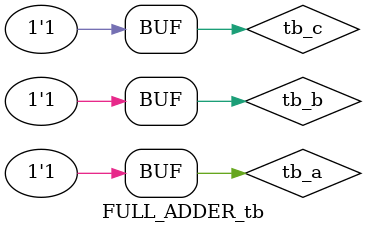
<source format=v>
module FULL_ADDER(a,b,c,sum,carry);
    input a,b,c;
    output sum,carry;

    //instantiation
    HALF_ADDER_1 DUT(.a(a),
                     .b(b),
                     .sum1(sum1),
                     .carry1(carry1)
                     );
    HALF_ADDER_2 DFT(.a(sum1),
                     .b(c),
                     .sum(sum),
                     .carry2(carry2)
                     );
    OR_GATE ABC(.a(carry1),
                .b(carry2),
                .y(carry)
                );
endmodule

   //testbench code
   module FULL_ADDER_tb();
       reg tb_a,tb_b,tb_c;
       wire tb_sum,tb_carry;

       //instantiation
       FULL_ADDER DEF(.a(tb_a),
                      .b(tb_b),
                      .c(tb_c),
                      .sum(tb_sum),
                      .carry(tb_carry)
                      );
      

       initial begin
          tb_a=0; tb_b=0; tb_c=0; #10;          tb_a=0; tb_b=0; tb_c=1; #10;
          tb_a=0; tb_b=1; tb_c=0; #10;          tb_a=0; tb_b=1; tb_c=1; #10;
          tb_a=1; tb_b=0; tb_c=0; #10;          tb_a=1; tb_b=0; tb_c=1; #10;          tb_a=1; tb_b=1; tb_c=0; #10;          tb_a=1; tb_b=1; tb_c=1; #10;        end
          initial
           $monitor("tb_a=%b tb_b=%b tb_c=%b tb_sum=%b tb_carry=%b Time=%t",tb_a,tb_b,tb_c,tb_sum,tb_carry,$time);
endmodule

</source>
